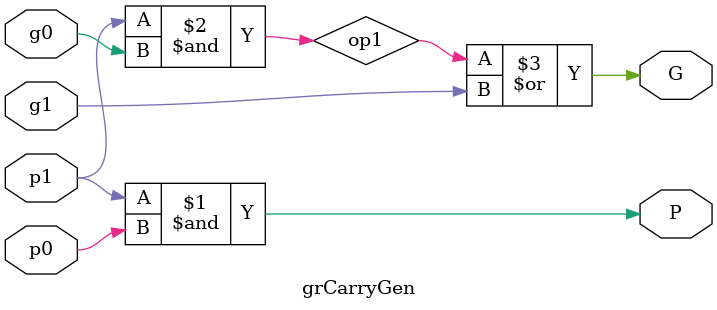
<source format=v>
module grCarryGen(p1,g1,p0,g0,P,G);
input p1,g1,p0,g0;
output P,G;
wire op1;
and a1(P,p1,p0);
and a2(op1,p1,g0);
or o1(G,op1,g1);
endmodule
</source>
